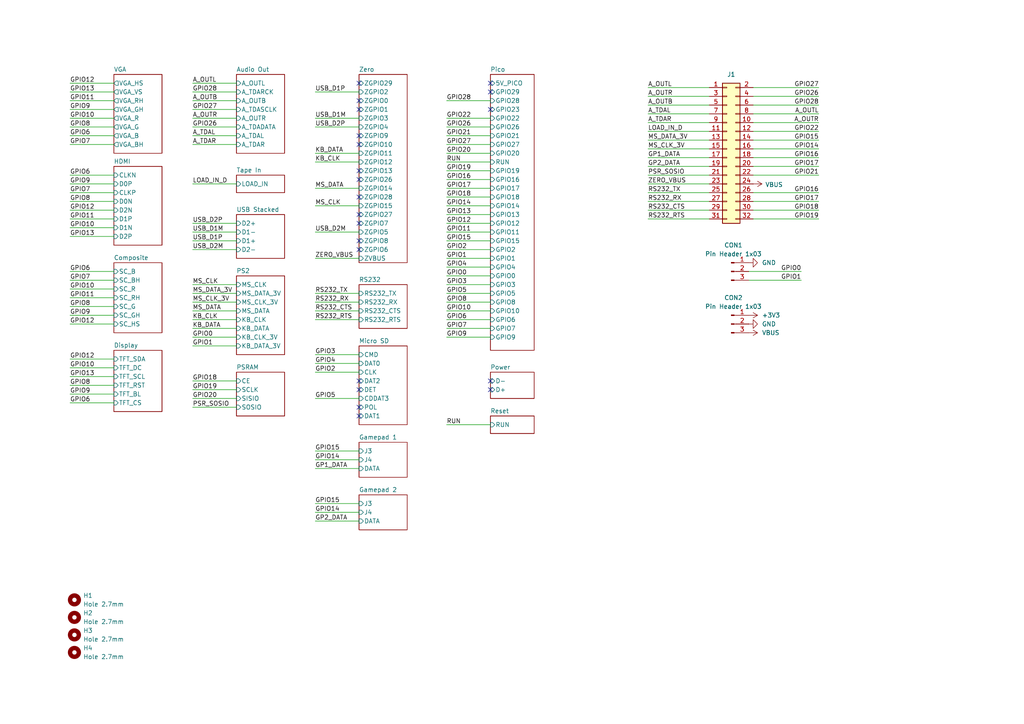
<source format=kicad_sch>
(kicad_sch (version 20231120) (generator "eeschema") (generator_version "8.0")
  (paper "A4")
  (title_block (title "FRANK") (date "2025-02-18") (rev "1.13") (company "Mikhail Matveev") (comment 1 "https://github.com/xtremespb/frank"))
  (lib_symbols
    (symbol "Connector:Conn_01x03_Pin" (pin_names (offset 1.016) hide)
      (property "Reference" "J" (at 0 5.08 0))
      (property "Value" "Conn_01x03_Pin" (at 0 -5.08 0))
      (symbol "Conn_01x03_Pin_1_1"
        (polyline (pts (xy 1.27 -2.54) (xy 0.8636 -2.54)) (stroke (width 0.1524)))
        (polyline (pts (xy 1.27 0) (xy 0.8636 0)) (stroke (width 0.1524)))
        (polyline (pts (xy 1.27 2.54) (xy 0.8636 2.54)) (stroke (width 0.1524)))
        (rectangle (start 0.8636 -2.413) (end 0 -2.667) (stroke (width 0.1524)) (fill (type outline)))
        (rectangle (start 0.8636 0.127) (end 0 -0.127) (stroke (width 0.1524)) (fill (type outline)))
        (rectangle (start 0.8636 2.667) (end 0 2.413) (stroke (width 0.1524)) (fill (type outline)))
        (pin passive line (at 5.08 2.54 180) (length 3.81) (name "Pin_1") (number "1"))
        (pin passive line (at 5.08 0 180) (length 3.81) (name "Pin_2") (number "2"))
        (pin passive line (at 5.08 -2.54 180) (length 3.81) (name "Pin_3") (number "3"))
      )
    )
    (symbol "Connector_Generic:Conn_02x16_Odd_Even" (pin_names (offset 1.016) hide)
      (property "Reference" "J" (at 1.27 20.32 0))
      (property "Value" "Conn_02x16_Odd_Even" (at 1.27 -22.86 0))
      (symbol "Conn_02x16_Odd_Even_1_1"
        (rectangle (start -1.27 -20.193) (end 0 -20.447) (stroke (width 0.1524)))
        (rectangle (start -1.27 -17.653) (end 0 -17.907) (stroke (width 0.1524)))
        (rectangle (start -1.27 -15.113) (end 0 -15.367) (stroke (width 0.1524)))
        (rectangle (start -1.27 -12.573) (end 0 -12.827) (stroke (width 0.1524)))
        (rectangle (start -1.27 -10.033) (end 0 -10.287) (stroke (width 0.1524)))
        (rectangle (start -1.27 -7.493) (end 0 -7.747) (stroke (width 0.1524)))
        (rectangle (start -1.27 -4.953) (end 0 -5.207) (stroke (width 0.1524)))
        (rectangle (start -1.27 -2.413) (end 0 -2.667) (stroke (width 0.1524)))
        (rectangle (start -1.27 0.127) (end 0 -0.127) (stroke (width 0.1524)))
        (rectangle (start -1.27 2.667) (end 0 2.413) (stroke (width 0.1524)))
        (rectangle (start -1.27 5.207) (end 0 4.953) (stroke (width 0.1524)))
        (rectangle (start -1.27 7.747) (end 0 7.493) (stroke (width 0.1524)))
        (rectangle (start -1.27 10.287) (end 0 10.033) (stroke (width 0.1524)))
        (rectangle (start -1.27 12.827) (end 0 12.573) (stroke (width 0.1524)))
        (rectangle (start -1.27 15.367) (end 0 15.113) (stroke (width 0.1524)))
        (rectangle (start -1.27 17.907) (end 0 17.653) (stroke (width 0.1524)))
        (rectangle (start -1.27 19.05) (end 3.81 -21.59) (stroke (width 0.254)) (fill (type background)))
        (rectangle (start 3.81 -20.193) (end 2.54 -20.447) (stroke (width 0.1524)))
        (rectangle (start 3.81 -17.653) (end 2.54 -17.907) (stroke (width 0.1524)))
        (rectangle (start 3.81 -15.113) (end 2.54 -15.367) (stroke (width 0.1524)))
        (rectangle (start 3.81 -12.573) (end 2.54 -12.827) (stroke (width 0.1524)))
        (rectangle (start 3.81 -10.033) (end 2.54 -10.287) (stroke (width 0.1524)))
        (rectangle (start 3.81 -7.493) (end 2.54 -7.747) (stroke (width 0.1524)))
        (rectangle (start 3.81 -4.953) (end 2.54 -5.207) (stroke (width 0.1524)))
        (rectangle (start 3.81 -2.413) (end 2.54 -2.667) (stroke (width 0.1524)))
        (rectangle (start 3.81 0.127) (end 2.54 -0.127) (stroke (width 0.1524)))
        (rectangle (start 3.81 2.667) (end 2.54 2.413) (stroke (width 0.1524)))
        (rectangle (start 3.81 5.207) (end 2.54 4.953) (stroke (width 0.1524)))
        (rectangle (start 3.81 7.747) (end 2.54 7.493) (stroke (width 0.1524)))
        (rectangle (start 3.81 10.287) (end 2.54 10.033) (stroke (width 0.1524)))
        (rectangle (start 3.81 12.827) (end 2.54 12.573) (stroke (width 0.1524)))
        (rectangle (start 3.81 15.367) (end 2.54 15.113) (stroke (width 0.1524)))
        (rectangle (start 3.81 17.907) (end 2.54 17.653) (stroke (width 0.1524)))
        (pin passive line (at -5.08 17.78 0) (length 3.81) (name "Pin_1") (number "1"))
        (pin passive line (at 7.62 7.62 180) (length 3.81) (name "Pin_10") (number "10"))
        (pin passive line (at -5.08 5.08 0) (length 3.81) (name "Pin_11") (number "11"))
        (pin passive line (at 7.62 5.08 180) (length 3.81) (name "Pin_12") (number "12"))
        (pin passive line (at -5.08 2.54 0) (length 3.81) (name "Pin_13") (number "13"))
        (pin passive line (at 7.62 2.54 180) (length 3.81) (name "Pin_14") (number "14"))
        (pin passive line (at -5.08 0 0) (length 3.81) (name "Pin_15") (number "15"))
        (pin passive line (at 7.62 0 180) (length 3.81) (name "Pin_16") (number "16"))
        (pin passive line (at -5.08 -2.54 0) (length 3.81) (name "Pin_17") (number "17"))
        (pin passive line (at 7.62 -2.54 180) (length 3.81) (name "Pin_18") (number "18"))
        (pin passive line (at -5.08 -5.08 0) (length 3.81) (name "Pin_19") (number "19"))
        (pin passive line (at 7.62 17.78 180) (length 3.81) (name "Pin_2") (number "2"))
        (pin passive line (at 7.62 -5.08 180) (length 3.81) (name "Pin_20") (number "20"))
        (pin passive line (at -5.08 -7.62 0) (length 3.81) (name "Pin_21") (number "21"))
        (pin passive line (at 7.62 -7.62 180) (length 3.81) (name "Pin_22") (number "22"))
        (pin passive line (at -5.08 -10.16 0) (length 3.81) (name "Pin_23") (number "23"))
        (pin passive line (at 7.62 -10.16 180) (length 3.81) (name "Pin_24") (number "24"))
        (pin passive line (at -5.08 -12.7 0) (length 3.81) (name "Pin_25") (number "25"))
        (pin passive line (at 7.62 -12.7 180) (length 3.81) (name "Pin_26") (number "26"))
        (pin passive line (at -5.08 -15.24 0) (length 3.81) (name "Pin_27") (number "27"))
        (pin passive line (at 7.62 -15.24 180) (length 3.81) (name "Pin_28") (number "28"))
        (pin passive line (at -5.08 -17.78 0) (length 3.81) (name "Pin_29") (number "29"))
        (pin passive line (at -5.08 15.24 0) (length 3.81) (name "Pin_3") (number "3"))
        (pin passive line (at 7.62 -17.78 180) (length 3.81) (name "Pin_30") (number "30"))
        (pin passive line (at -5.08 -20.32 0) (length 3.81) (name "Pin_31") (number "31"))
        (pin passive line (at 7.62 -20.32 180) (length 3.81) (name "Pin_32") (number "32"))
        (pin passive line (at 7.62 15.24 180) (length 3.81) (name "Pin_4") (number "4"))
        (pin passive line (at -5.08 12.7 0) (length 3.81) (name "Pin_5") (number "5"))
        (pin passive line (at 7.62 12.7 180) (length 3.81) (name "Pin_6") (number "6"))
        (pin passive line (at -5.08 10.16 0) (length 3.81) (name "Pin_7") (number "7"))
        (pin passive line (at 7.62 10.16 180) (length 3.81) (name "Pin_8") (number "8"))
        (pin passive line (at -5.08 7.62 0) (length 3.81) (name "Pin_9") (number "9"))
      )
    )
    (symbol "Mechanical:MountingHole" (pin_names (offset 1.016)) (exclude_from_sim yes) (in_bom no)
      (property "Reference" "H" (at 0 5.08 0))
      (property "Value" "MountingHole" (at 0 3.175 0))
      (symbol "MountingHole_0_1"
        (circle (center 0 0) (radius 1.27) (stroke (width 1.27)))
      )
    )
    (symbol "power:+3V3" (power) (pin_numbers hide) (pin_names (offset 0) hide)
      (property "Value" "+3V3" (at 0 3.556 0))
      (symbol "+3V3_0_1"
        (polyline (pts (xy -0.762 1.27) (xy 0 2.54)))
        (polyline (pts (xy 0 0) (xy 0 2.54)))
        (polyline (pts (xy 0 2.54) (xy 0.762 1.27)))
      )
      (symbol "+3V3_1_1"
        (pin power_in line (at 0 0 90) (length 0) (name "~") (number "1"))
      )
    )
    (symbol "power:GND" (power) (pin_numbers hide) (pin_names (offset 0) hide)
      (property "Value" "GND" (at 0 -3.81 0))
      (symbol "GND_0_1"
        (polyline (pts (xy 0 0) (xy 0 -1.27) (xy 1.27 -1.27) (xy 0 -2.54) (xy -1.27 -1.27) (xy 0 -1.27)))
      )
      (symbol "GND_1_1"
        (pin power_in line (at 0 0 270) (length 0) (name "~") (number "1"))
      )
    )
    (symbol "power:VBUS" (power) (pin_numbers hide) (pin_names (offset 0) hide)
      (property "Value" "VBUS" (at 0 3.556 0))
      (symbol "VBUS_0_1"
        (polyline (pts (xy -0.762 1.27) (xy 0 2.54)))
        (polyline (pts (xy 0 0) (xy 0 2.54)))
        (polyline (pts (xy 0 2.54) (xy 0.762 1.27)))
      )
      (symbol "VBUS_1_1"
        (pin power_in line (at 0 0 90) (length 0) (name "~") (number "1"))
      )
    )
  )
  (no_connect (at 104.14 120.65))
  (no_connect (at 104.14 52.07))
  (no_connect (at 104.14 62.23))
  (no_connect (at 104.14 72.39))
  (no_connect (at 104.14 118.11))
  (no_connect (at 142.24 24.13))
  (no_connect (at 104.14 57.15))
  (no_connect (at 104.14 64.77))
  (no_connect (at 104.14 113.03))
  (no_connect (at 104.14 69.85))
  (no_connect (at 104.14 110.49))
  (no_connect (at 104.14 49.53))
  (no_connect (at 104.14 29.21))
  (no_connect (at 142.24 31.75))
  (no_connect (at 142.24 26.67))
  (no_connect (at 104.14 24.13))
  (no_connect (at 104.14 31.75))
  (no_connect (at 142.24 113.03))
  (no_connect (at 142.24 110.49))
  (no_connect (at 104.14 41.91))
  (no_connect (at 104.14 39.37))
  (wire (pts (xy 55.88 95.25) (xy 68.58 95.25)))
  (wire (pts (xy 187.96 53.34) (xy 205.74 53.34)))
  (wire (pts (xy 129.54 52.07) (xy 142.24 52.07)))
  (wire (pts (xy 55.88 53.34) (xy 68.58 53.34)))
  (wire (pts (xy 187.96 60.96) (xy 205.74 60.96)))
  (wire (pts (xy 218.44 38.1) (xy 237.49 38.1)))
  (wire (pts (xy 91.44 74.93) (xy 104.14 74.93)))
  (wire (pts (xy 91.44 105.41) (xy 104.14 105.41)))
  (wire (pts (xy 187.96 50.8) (xy 205.74 50.8)))
  (wire (pts (xy 20.32 93.98) (xy 33.02 93.98)))
  (wire (pts (xy 187.96 58.42) (xy 205.74 58.42)))
  (wire (pts (xy 187.96 48.26) (xy 205.74 48.26)))
  (wire (pts (xy 20.32 63.5) (xy 33.02 63.5)))
  (wire (pts (xy 218.44 50.8) (xy 237.49 50.8)))
  (wire (pts (xy 91.44 59.69) (xy 104.14 59.69)))
  (wire (pts (xy 55.88 41.91) (xy 68.58 41.91)))
  (wire (pts (xy 187.96 25.4) (xy 205.74 25.4)))
  (wire (pts (xy 187.96 27.94) (xy 205.74 27.94)))
  (wire (pts (xy 20.32 106.68) (xy 33.02 106.68)))
  (wire (pts (xy 129.54 44.45) (xy 142.24 44.45)))
  (wire (pts (xy 91.44 67.31) (xy 104.14 67.31)))
  (wire (pts (xy 55.88 90.17) (xy 68.58 90.17)))
  (wire (pts (xy 20.32 39.37) (xy 33.02 39.37)))
  (wire (pts (xy 187.96 40.64) (xy 205.74 40.64)))
  (wire (pts (xy 55.88 72.39) (xy 68.58 72.39)))
  (wire (pts (xy 91.44 34.29) (xy 104.14 34.29)))
  (wire (pts (xy 129.54 74.93) (xy 142.24 74.93)))
  (wire (pts (xy 91.44 135.89) (xy 104.14 135.89)))
  (wire (pts (xy 232.41 81.28) (xy 217.17 81.28)))
  (wire (pts (xy 218.44 33.02) (xy 237.49 33.02)))
  (wire (pts (xy 20.32 41.91) (xy 33.02 41.91)))
  (wire (pts (xy 55.88 67.31) (xy 68.58 67.31)))
  (wire (pts (xy 91.44 54.61) (xy 104.14 54.61)))
  (wire (pts (xy 20.32 86.36) (xy 33.02 86.36)))
  (wire (pts (xy 187.96 38.1) (xy 205.74 38.1)))
  (wire (pts (xy 129.54 54.61) (xy 142.24 54.61)))
  (wire (pts (xy 218.44 27.94) (xy 237.49 27.94)))
  (wire (pts (xy 20.32 111.76) (xy 33.02 111.76)))
  (wire (pts (xy 55.88 29.21) (xy 68.58 29.21)))
  (wire (pts (xy 55.88 113.03) (xy 68.58 113.03)))
  (wire (pts (xy 91.44 26.67) (xy 104.14 26.67)))
  (wire (pts (xy 91.44 36.83) (xy 104.14 36.83)))
  (wire (pts (xy 91.44 92.71) (xy 104.14 92.71)))
  (wire (pts (xy 129.54 34.29) (xy 142.24 34.29)))
  (wire (pts (xy 20.32 58.42) (xy 33.02 58.42)))
  (wire (pts (xy 20.32 114.3) (xy 33.02 114.3)))
  (wire (pts (xy 129.54 46.99) (xy 142.24 46.99)))
  (wire (pts (xy 20.32 109.22) (xy 33.02 109.22)))
  (wire (pts (xy 187.96 43.18) (xy 205.74 43.18)))
  (wire (pts (xy 129.54 77.47) (xy 142.24 77.47)))
  (wire (pts (xy 129.54 95.25) (xy 142.24 95.25)))
  (wire (pts (xy 129.54 62.23) (xy 142.24 62.23)))
  (wire (pts (xy 91.44 146.05) (xy 104.14 146.05)))
  (wire (pts (xy 20.32 53.34) (xy 33.02 53.34)))
  (wire (pts (xy 129.54 87.63) (xy 142.24 87.63)))
  (wire (pts (xy 20.32 50.8) (xy 33.02 50.8)))
  (wire (pts (xy 20.32 83.82) (xy 33.02 83.82)))
  (wire (pts (xy 129.54 57.15) (xy 142.24 57.15)))
  (wire (pts (xy 91.44 87.63) (xy 104.14 87.63)))
  (wire (pts (xy 91.44 44.45) (xy 104.14 44.45)))
  (wire (pts (xy 129.54 39.37) (xy 142.24 39.37)))
  (wire (pts (xy 55.88 92.71) (xy 68.58 92.71)))
  (wire (pts (xy 218.44 30.48) (xy 237.49 30.48)))
  (wire (pts (xy 91.44 115.57) (xy 104.14 115.57)))
  (wire (pts (xy 218.44 55.88) (xy 237.49 55.88)))
  (wire (pts (xy 218.44 43.18) (xy 237.49 43.18)))
  (wire (pts (xy 55.88 97.79) (xy 68.58 97.79)))
  (wire (pts (xy 20.32 36.83) (xy 33.02 36.83)))
  (wire (pts (xy 20.32 31.75) (xy 33.02 31.75)))
  (wire (pts (xy 55.88 85.09) (xy 68.58 85.09)))
  (wire (pts (xy 55.88 26.67) (xy 68.58 26.67)))
  (wire (pts (xy 129.54 59.69) (xy 142.24 59.69)))
  (wire (pts (xy 20.32 24.13) (xy 33.02 24.13)))
  (wire (pts (xy 187.96 63.5) (xy 205.74 63.5)))
  (wire (pts (xy 91.44 151.13) (xy 104.14 151.13)))
  (wire (pts (xy 20.32 66.04) (xy 33.02 66.04)))
  (wire (pts (xy 55.88 115.57) (xy 68.58 115.57)))
  (wire (pts (xy 55.88 64.77) (xy 68.58 64.77)))
  (wire (pts (xy 20.32 78.74) (xy 33.02 78.74)))
  (wire (pts (xy 55.88 110.49) (xy 68.58 110.49)))
  (wire (pts (xy 218.44 60.96) (xy 237.49 60.96)))
  (wire (pts (xy 129.54 72.39) (xy 142.24 72.39)))
  (wire (pts (xy 55.88 87.63) (xy 68.58 87.63)))
  (wire (pts (xy 20.32 34.29) (xy 33.02 34.29)))
  (wire (pts (xy 218.44 58.42) (xy 237.49 58.42)))
  (wire (pts (xy 20.32 55.88) (xy 33.02 55.88)))
  (wire (pts (xy 129.54 85.09) (xy 142.24 85.09)))
  (wire (pts (xy 218.44 45.72) (xy 237.49 45.72)))
  (wire (pts (xy 55.88 34.29) (xy 68.58 34.29)))
  (wire (pts (xy 129.54 82.55) (xy 142.24 82.55)))
  (wire (pts (xy 129.54 36.83) (xy 142.24 36.83)))
  (wire (pts (xy 218.44 40.64) (xy 237.49 40.64)))
  (wire (pts (xy 91.44 130.81) (xy 104.14 130.81)))
  (wire (pts (xy 218.44 48.26) (xy 237.49 48.26)))
  (wire (pts (xy 129.54 41.91) (xy 142.24 41.91)))
  (wire (pts (xy 218.44 35.56) (xy 237.49 35.56)))
  (wire (pts (xy 129.54 67.31) (xy 142.24 67.31)))
  (wire (pts (xy 55.88 69.85) (xy 68.58 69.85)))
  (wire (pts (xy 20.32 104.14) (xy 33.02 104.14)))
  (wire (pts (xy 20.32 81.28) (xy 33.02 81.28)))
  (wire (pts (xy 20.32 88.9) (xy 33.02 88.9)))
  (wire (pts (xy 55.88 24.13) (xy 68.58 24.13)))
  (wire (pts (xy 20.32 29.21) (xy 33.02 29.21)))
  (wire (pts (xy 20.32 91.44) (xy 33.02 91.44)))
  (wire (pts (xy 91.44 90.17) (xy 104.14 90.17)))
  (wire (pts (xy 129.54 97.79) (xy 142.24 97.79)))
  (wire (pts (xy 55.88 36.83) (xy 68.58 36.83)))
  (wire (pts (xy 129.54 90.17) (xy 142.24 90.17)))
  (wire (pts (xy 91.44 85.09) (xy 104.14 85.09)))
  (wire (pts (xy 129.54 29.21) (xy 142.24 29.21)))
  (wire (pts (xy 55.88 31.75) (xy 68.58 31.75)))
  (wire (pts (xy 129.54 69.85) (xy 142.24 69.85)))
  (wire (pts (xy 218.44 25.4) (xy 237.49 25.4)))
  (wire (pts (xy 187.96 30.48) (xy 205.74 30.48)))
  (wire (pts (xy 129.54 64.77) (xy 142.24 64.77)))
  (wire (pts (xy 187.96 35.56) (xy 205.74 35.56)))
  (wire (pts (xy 187.96 55.88) (xy 205.74 55.88)))
  (wire (pts (xy 91.44 133.35) (xy 104.14 133.35)))
  (wire (pts (xy 187.96 45.72) (xy 205.74 45.72)))
  (wire (pts (xy 232.41 78.74) (xy 217.17 78.74)))
  (wire (pts (xy 20.32 116.84) (xy 33.02 116.84)))
  (wire (pts (xy 129.54 123.19) (xy 142.24 123.19)))
  (wire (pts (xy 129.54 49.53) (xy 142.24 49.53)))
  (wire (pts (xy 55.88 100.33) (xy 68.58 100.33)))
  (wire (pts (xy 218.44 63.5) (xy 237.49 63.5)))
  (wire (pts (xy 55.88 39.37) (xy 68.58 39.37)))
  (wire (pts (xy 91.44 148.59) (xy 104.14 148.59)))
  (wire (pts (xy 91.44 46.99) (xy 104.14 46.99)))
  (wire (pts (xy 20.32 26.67) (xy 33.02 26.67)))
  (wire (pts (xy 55.88 118.11) (xy 68.58 118.11)))
  (wire (pts (xy 20.32 60.96) (xy 33.02 60.96)))
  (wire (pts (xy 129.54 92.71) (xy 142.24 92.71)))
  (wire (pts (xy 91.44 107.95) (xy 104.14 107.95)))
  (wire (pts (xy 129.54 80.01) (xy 142.24 80.01)))
  (wire (pts (xy 20.32 68.58) (xy 33.02 68.58)))
  (wire (pts (xy 55.88 82.55) (xy 68.58 82.55)))
  (wire (pts (xy 187.96 33.02) (xy 205.74 33.02)))
  (wire (pts (xy 91.44 102.87) (xy 104.14 102.87)))
  (label "GPIO10" (at 20.32 83.82 0))
  (label "RS232_RX" (at 91.44 87.63 0))
  (label "A_OUTL" (at 237.49 33.02 180))
  (label "GPIO7" (at 20.32 55.88 0))
  (label "GPIO14" (at 91.44 148.59 0))
  (label "GPIO15" (at 91.44 146.05 0))
  (label "GPIO21" (at 237.49 50.8 180))
  (label "RS232_TX" (at 187.96 55.88 0))
  (label "GPIO19" (at 55.88 113.03 0))
  (label "GPIO3" (at 91.44 102.87 0))
  (label "GPIO19" (at 237.49 63.5 180))
  (label "GPIO12" (at 20.32 24.13 0))
  (label "USB_D1P" (at 91.44 26.67 0))
  (label "GPIO9" (at 20.32 31.75 0))
  (label "GPIO20" (at 129.54 44.45 0))
  (label "GPIO8" (at 20.32 88.9 0))
  (label "GPIO9" (at 129.54 97.79 0))
  (label "GPIO3" (at 129.54 82.55 0))
  (label "GP1_DATA" (at 91.44 135.89 0))
  (label "GPIO20" (at 55.88 115.57 0))
  (label "GPIO1" (at 232.41 81.28 180))
  (label "GPIO27" (at 129.54 41.91 0))
  (label "GPIO17" (at 129.54 54.61 0))
  (label "GPIO14" (at 91.44 133.35 0))
  (label "GPIO16" (at 237.49 55.88 180))
  (label "A_TDAL" (at 187.96 33.02 0))
  (label "GPIO17" (at 237.49 48.26 180))
  (label "GPIO6" (at 129.54 92.71 0))
  (label "GPIO26" (at 55.88 36.83 0))
  (label "LOAD_IN_D" (at 55.88 53.34 0))
  (label "GPIO18" (at 55.88 110.49 0))
  (label "RS232_CTS" (at 91.44 90.17 0))
  (label "A_OUTL" (at 187.96 25.4 0))
  (label "GPIO5" (at 91.44 115.57 0))
  (label "MS_DATA" (at 55.88 90.17 0))
  (label "ZERO_VBUS" (at 187.96 53.34 0))
  (label "GPIO28" (at 55.88 26.67 0))
  (label "GP2_DATA" (at 187.96 48.26 0))
  (label "RUN" (at 129.54 46.99 0))
  (label "ZERO_VBUS" (at 91.44 74.93 0))
  (label "GPIO27" (at 55.88 31.75 0))
  (label "GPIO9" (at 20.32 91.44 0))
  (label "GPIO12" (at 20.32 60.96 0))
  (label "GPIO13" (at 129.54 62.23 0))
  (label "GPIO8" (at 129.54 87.63 0))
  (label "KB_DATA" (at 55.88 95.25 0))
  (label "KB_CLK" (at 91.44 46.99 0))
  (label "MS_CLK_3V" (at 187.96 43.18 0))
  (label "USB_D1M" (at 55.88 67.31 0))
  (label "GPIO15" (at 237.49 40.64 180))
  (label "USB_D2P" (at 55.88 64.77 0))
  (label "A_TDAL" (at 55.88 39.37 0))
  (label "GPIO2" (at 129.54 72.39 0))
  (label "GPIO28" (at 129.54 29.21 0))
  (label "GPIO7" (at 20.32 81.28 0))
  (label "GPIO14" (at 129.54 59.69 0))
  (label "GPIO22" (at 129.54 34.29 0))
  (label "LOAD_IN_D" (at 187.96 38.1 0))
  (label "USB_D2M" (at 55.88 72.39 0))
  (label "GPIO0" (at 55.88 97.79 0))
  (label "MS_DATA" (at 91.44 54.61 0))
  (label "MS_CLK" (at 91.44 59.69 0))
  (label "RS232_CTS" (at 187.96 60.96 0))
  (label "KB_CLK" (at 55.88 92.71 0))
  (label "MS_CLK" (at 55.88 82.55 0))
  (label "GPIO19" (at 129.54 49.53 0))
  (label "A_OUTB" (at 55.88 29.21 0))
  (label "GPIO7" (at 20.32 41.91 0))
  (label "GPIO18" (at 129.54 57.15 0))
  (label "GPIO13" (at 20.32 109.22 0))
  (label "GPIO21" (at 129.54 39.37 0))
  (label "GPIO28" (at 237.49 30.48 180))
  (label "GPIO11" (at 20.32 86.36 0))
  (label "GPIO8" (at 20.32 111.76 0))
  (label "GPIO13" (at 20.32 68.58 0))
  (label "GPIO13" (at 20.32 26.67 0))
  (label "A_OUTB" (at 187.96 30.48 0))
  (label "GPIO2" (at 91.44 107.95 0))
  (label "GPIO6" (at 20.32 50.8 0))
  (label "GPIO5" (at 129.54 85.09 0))
  (label "GP2_DATA" (at 91.44 151.13 0))
  (label "GPIO12" (at 20.32 104.14 0))
  (label "GPIO1" (at 55.88 100.33 0))
  (label "MS_DATA_3V" (at 55.88 85.09 0))
  (label "MS_DATA_3V" (at 187.96 40.64 0))
  (label "GPIO8" (at 20.32 58.42 0))
  (label "GPIO9" (at 20.32 114.3 0))
  (label "GPIO11" (at 20.32 63.5 0))
  (label "GPIO10" (at 129.54 90.17 0))
  (label "KB_DATA" (at 91.44 44.45 0))
  (label "GPIO8" (at 20.32 36.83 0))
  (label "USB_D2P" (at 91.44 36.83 0))
  (label "MS_CLK_3V" (at 55.88 87.63 0))
  (label "GP1_DATA" (at 187.96 45.72 0))
  (label "RS232_TX" (at 91.44 85.09 0))
  (label "GPIO11" (at 129.54 67.31 0))
  (label "GPIO18" (at 237.49 60.96 180))
  (label "GPIO4" (at 129.54 77.47 0))
  (label "GPIO26" (at 237.49 27.94 180))
  (label "GPIO7" (at 129.54 95.25 0))
  (label "GPIO16" (at 237.49 45.72 180))
  (label "RUN" (at 129.54 123.19 0))
  (label "A_OUTR" (at 187.96 27.94 0))
  (label "GPIO12" (at 20.32 93.98 0))
  (label "GPIO15" (at 129.54 69.85 0))
  (label "GPIO10" (at 20.32 34.29 0))
  (label "GPIO27" (at 237.49 25.4 180))
  (label "GPIO6" (at 20.32 39.37 0))
  (label "A_OUTR" (at 55.88 34.29 0))
  (label "GPIO11" (at 20.32 29.21 0))
  (label "GPIO17" (at 237.49 58.42 180))
  (label "PSR_SOSIO" (at 55.88 118.11 0))
  (label "RS232_RTS" (at 91.44 92.71 0))
  (label "A_OUTR" (at 237.49 35.56 180))
  (label "GPIO0" (at 129.54 80.01 0))
  (label "A_TDAR" (at 187.96 35.56 0))
  (label "GPIO12" (at 129.54 64.77 0))
  (label "GPIO1" (at 129.54 74.93 0))
  (label "A_TDAR" (at 55.88 41.91 0))
  (label "GPIO0" (at 232.41 78.74 180))
  (label "GPIO4" (at 91.44 105.41 0))
  (label "RS232_RX" (at 187.96 58.42 0))
  (label "GPIO15" (at 91.44 130.81 0))
  (label "A_OUTL" (at 55.88 24.13 0))
  (label "GPIO26" (at 129.54 36.83 0))
  (label "GPIO9" (at 20.32 53.34 0))
  (label "GPIO10" (at 20.32 106.68 0))
  (label "USB_D1M" (at 91.44 34.29 0))
  (label "GPIO6" (at 20.32 78.74 0))
  (label "GPIO14" (at 237.49 43.18 180))
  (label "GPIO22" (at 237.49 38.1 180))
  (label "GPIO6" (at 20.32 116.84 0))
  (label "GPIO10" (at 20.32 66.04 0))
  (label "PSR_SOSIO" (at 187.96 50.8 0))
  (label "GPIO16" (at 129.54 52.07 0))
  (label "USB_D2M" (at 91.44 67.31 0))
  (label "USB_D1P" (at 55.88 69.85 0))
  (label "RS232_RTS" (at 187.96 63.5 0))
  (symbol (lib_id "power:VBUS") (at 217.17 96.52 270) (unit 1)
    (property "Reference" "#PWR05" (effects (hide yes)))
    (property "Value" "VBUS" (at 220.98 96.5199 90) (effects (justify left)))
    (property "Description" "Power symbol creates a global label with name \"VBUS\"" (effects (hide yes)))
  )
  (symbol (lib_id "Connector:Conn_01x03_Pin") (at 212.09 78.74 0) (unit 1)
    (property "Reference" "CON1" (at 212.725 71.12 0))
    (property "Value" "Pin Header 1x03" (at 212.725 73.66 0))
    (property "Footprint" "FRANK:Pin Header (1x03)" (effects (hide yes)))
    (property "Description" "Generic connector, single row, 01x03, script generated" (effects (hide yes)))
    (property "AliExpress" "https://www.aliexpress.com/item/1005007039504981.html" (effects (hide yes)))
  )
  (symbol (lib_id "power:+3V3") (at 217.17 91.44 270) (unit 1)
    (property "Reference" "#PWR03" (effects (hide yes)))
    (property "Value" "+3V3" (at 220.98 91.4399 90) (effects (justify left)))
    (property "Description" "Power symbol creates a global label with name \"+3V3\"" (effects (hide yes)))
  )
  (symbol (lib_id "power:GND") (at 217.17 76.2 90) (unit 1)
    (property "Reference" "#PWR02" (effects (hide yes)))
    (property "Value" "GND" (at 220.98 76.1999 90) (effects (justify right)))
    (property "Description" "Power symbol creates a global label with name \"GND\" , ground" (effects (hide yes)))
  )
  (symbol (lib_id "power:GND") (at 217.17 93.98 90) (unit 1)
    (property "Reference" "#PWR04" (effects (hide yes)))
    (property "Value" "GND" (at 220.98 93.9799 90) (effects (justify right)))
    (property "Description" "Power symbol creates a global label with name \"GND\" , ground" (effects (hide yes)))
  )
  (symbol (lib_id "Mechanical:MountingHole") (at 21.59 184.15 0) (unit 1) (exclude_from_sim yes) (in_bom no)
    (property "Reference" "H3" (at 24.13 182.8799 0) (effects (justify left)))
    (property "Value" "Hole 2.7mm" (at 24.13 185.4199 0) (effects (justify left)))
    (property "Footprint" "FRANK:Mounting Hole (2.7mm)" (effects (hide yes)))
    (property "Description" "Mounting Hole without connection" (effects (hide yes)))
  )
  (symbol (lib_id "Mechanical:MountingHole") (at 21.59 179.07 0) (unit 1) (exclude_from_sim yes) (in_bom no)
    (property "Reference" "H2" (at 24.13 177.7999 0) (effects (justify left)))
    (property "Value" "Hole 2.7mm" (at 24.13 180.3399 0) (effects (justify left)))
    (property "Footprint" "FRANK:Mounting Hole (2.7mm)" (effects (hide yes)))
    (property "Description" "Mounting Hole without connection" (effects (hide yes)))
  )
  (symbol (lib_id "Mechanical:MountingHole") (at 21.59 189.23 0) (unit 1) (exclude_from_sim yes) (in_bom no)
    (property "Reference" "H4" (at 24.13 187.9599 0) (effects (justify left)))
    (property "Value" "Hole 2.7mm" (at 24.13 190.4999 0) (effects (justify left)))
    (property "Footprint" "FRANK:Mounting Hole (2.7mm)" (effects (hide yes)))
    (property "Description" "Mounting Hole without connection" (effects (hide yes)))
  )
  (symbol (lib_id "Mechanical:MountingHole") (at 21.59 173.99 0) (unit 1) (exclude_from_sim yes) (in_bom no)
    (property "Reference" "H1" (at 24.13 172.7199 0) (effects (justify left)))
    (property "Value" "Hole 2.7mm" (at 24.13 175.2599 0) (effects (justify left)))
    (property "Footprint" "FRANK:Mounting Hole (2.7mm)" (effects (hide yes)))
    (property "Description" "Mounting Hole without connection" (effects (hide yes)))
  )
  (symbol (lib_id "power:VBUS") (at 218.44 53.34 270) (unit 1)
    (property "Reference" "#PWR01" (effects (hide yes)))
    (property "Value" "VBUS" (at 221.9488 53.5616 90) (effects (justify left)))
    (property "Description" "Power symbol creates a global label with name \"VBUS\"" (effects (hide yes)))
  )
  (symbol (lib_id "Connector:Conn_01x03_Pin") (at 212.09 93.98 0) (unit 1)
    (property "Reference" "CON2" (at 212.725 86.36 0))
    (property "Value" "Pin Header 1x03" (at 212.725 88.9 0))
    (property "Footprint" "FRANK:Pin Header (1x03)" (effects (hide yes)))
    (property "Description" "Generic connector, single row, 01x03, script generated" (effects (hide yes)))
    (property "AliExpress" "https://www.aliexpress.com/item/1005007039504981.html" (effects (hide yes)))
  )
  (symbol (lib_id "Connector_Generic:Conn_02x16_Odd_Even") (at 210.82 43.18 0) (unit 1)
    (property "Reference" "J1" (at 212.09 21.59 0))
    (property "Value" "Pin Header 2x18" (effects (hide yes)))
    (property "Footprint" "FRANK:Pin Header (2x16)" (effects (hide yes)))
    (property "Description" "Generic connector, double row, 02x16, odd/even pin numbering scheme (row 1 odd numbers, row 2 even numbers), script generated (kicad-library-utils/schlib/autogen/connector/)" (effects (hide yes)))
    (property "AliExpress" "https://www.aliexpress.com/item/1005006804478835.html" (effects (hide yes)))
  )
  (sheet (at 33.02 101.6) (size 13.97 17.78) (stroke (width 0.1524))
    (property "Sheetname" "Display" (at 33.02 100.8884 0) (effects (justify left bottom)))
    (property "Sheetfile" "display.kicad_sch" (effects (hide yes)))
    (pin "TFT_SDA" input (at 33.02 104.14 180))
    (pin "TFT_DC" input (at 33.02 106.68 180))
    (pin "TFT_SCL" input (at 33.02 109.22 180))
    (pin "TFT_RST" input (at 33.02 111.76 180))
    (pin "TFT_BL" input (at 33.02 114.3 180))
    (pin "TFT_CS" input (at 33.02 116.84 180))
  )
  (sheet (at 33.02 21.59) (size 13.97 22.86) (stroke (width 0.1524))
    (property "Sheetname" "VGA" (at 33.02 20.8784 0) (effects (justify left bottom)))
    (property "Sheetfile" "vga.kicad_sch" (effects (hide yes)))
    (pin "VGA_HS" output (at 33.02 24.13 180))
    (pin "VGA_VS" output (at 33.02 26.67 180))
    (pin "VGA_RH" output (at 33.02 29.21 180))
    (pin "VGA_GH" output (at 33.02 31.75 180))
    (pin "VGA_R" output (at 33.02 34.29 180))
    (pin "VGA_G" output (at 33.02 36.83 180))
    (pin "VGA_B" output (at 33.02 39.37 180))
    (pin "VGA_BH" output (at 33.02 41.91 180))
  )
  (sheet (at 104.14 100.33) (size 13.97 22.86) (stroke (width 0.1524))
    (property "Sheetname" "Micro SD" (at 104.14 99.6184 0) (effects (justify left bottom)))
    (property "Sheetfile" "sd.kicad_sch" (effects (hide yes)))
    (pin "CMD" input (at 104.14 102.87 180))
    (pin "DAT0" input (at 104.14 105.41 180))
    (pin "CLK" input (at 104.14 107.95 180))
    (pin "DAT2" input (at 104.14 110.49 180))
    (pin "DET" input (at 104.14 113.03 180))
    (pin "CDDAT3" input (at 104.14 115.57 180))
    (pin "POL" input (at 104.14 118.11 180))
    (pin "DAT1" input (at 104.14 120.65 180))
  )
  (sheet (at 142.24 120.65) (size 12.7 5.08) (stroke (width 0.1524))
    (property "Sheetname" "Reset" (at 142.24 119.9384 0) (effects (justify left bottom)))
    (property "Sheetfile" "reset.kicad_sch" (effects (hide yes)))
    (pin "RUN" input (at 142.24 123.19 180))
  )
  (sheet (at 33.02 76.2) (size 13.97 20.32) (stroke (width 0.1524))
    (property "Sheetname" "Composite" (at 33.02 75.4884 0) (effects (justify left bottom)))
    (property "Sheetfile" "composite.kicad_sch" (effects (hide yes)))
    (pin "SC_B" input (at 33.02 78.74 180))
    (pin "SC_BH" input (at 33.02 81.28 180))
    (pin "SC_R" input (at 33.02 83.82 180))
    (pin "SC_RH" input (at 33.02 86.36 180))
    (pin "SC_G" input (at 33.02 88.9 180))
    (pin "SC_GH" input (at 33.02 91.44 180))
    (pin "SC_HS" input (at 33.02 93.98 180))
  )
  (sheet (at 68.58 50.8) (size 13.97 5.08) (stroke (width 0.1524))
    (property "Sheetname" "Tape In" (at 68.58 50.0884 0) (effects (justify left bottom)))
    (property "Sheetfile" "tape.kicad_sch" (effects (hide yes)))
    (pin "LOAD_IN" input (at 68.58 53.34 180))
  )
  (sheet (at 142.24 107.95) (size 12.7 7.62) (stroke (width 0.1524))
    (property "Sheetname" "Power" (at 142.24 107.2384 0) (effects (justify left bottom)))
    (property "Sheetfile" "power.kicad_sch" (effects (hide yes)))
    (pin "D-" input (at 142.24 110.49 180))
    (pin "D+" input (at 142.24 113.03 180))
  )
  (sheet (at 142.24 21.59) (size 12.7 80.01) (stroke (width 0.1524))
    (property "Sheetname" "Pico" (at 142.24 20.8784 0) (effects (justify left bottom)))
    (property "Sheetfile" "pico.kicad_sch" (effects (hide yes)))
    (pin "5V_PICO" input (at 142.24 24.13 180))
    (pin "GPIO29" input (at 142.24 26.67 180))
    (pin "GPIO28" input (at 142.24 29.21 180))
    (pin "GPIO23" input (at 142.24 31.75 180))
    (pin "GPIO22" input (at 142.24 34.29 180))
    (pin "GPIO26" input (at 142.24 36.83 180))
    (pin "GPIO21" input (at 142.24 39.37 180))
    (pin "GPIO27" input (at 142.24 41.91 180))
    (pin "GPIO20" input (at 142.24 44.45 180))
    (pin "RUN" input (at 142.24 46.99 180))
    (pin "GPIO19" input (at 142.24 49.53 180))
    (pin "GPIO16" input (at 142.24 52.07 180))
    (pin "GPIO17" input (at 142.24 54.61 180))
    (pin "GPIO18" input (at 142.24 57.15 180))
    (pin "GPIO14" input (at 142.24 59.69 180))
    (pin "GPIO13" input (at 142.24 62.23 180))
    (pin "GPIO12" input (at 142.24 64.77 180))
    (pin "GPIO11" input (at 142.24 67.31 180))
    (pin "GPIO15" input (at 142.24 69.85 180))
    (pin "GPIO2" input (at 142.24 72.39 180))
    (pin "GPIO1" input (at 142.24 74.93 180))
    (pin "GPIO4" input (at 142.24 77.47 180))
    (pin "GPIO0" input (at 142.24 80.01 180))
    (pin "GPIO3" input (at 142.24 82.55 180))
    (pin "GPIO5" input (at 142.24 85.09 180))
    (pin "GPIO8" input (at 142.24 87.63 180))
    (pin "GPIO10" input (at 142.24 90.17 180))
    (pin "GPIO6" input (at 142.24 92.71 180))
    (pin "GPIO7" input (at 142.24 95.25 180))
    (pin "GPIO9" input (at 142.24 97.79 180))
  )
  (sheet (at 104.14 128.27) (size 13.97 10.16) (stroke (width 0.1524))
    (property "Sheetname" "Gamepad 1" (at 104.14 127.5584 0) (effects (justify left bottom)))
    (property "Sheetfile" "gamepad.kicad_sch" (effects (hide yes)))
    (pin "J3" input (at 104.14 130.81 180))
    (pin "J4" input (at 104.14 133.35 180))
    (pin "DATA" input (at 104.14 135.89 180))
  )
  (sheet (at 104.14 82.55) (size 13.97 12.7) (stroke (width 0.1524))
    (property "Sheetname" "RS232" (at 104.14 81.8384 0) (effects (justify left bottom)))
    (property "Sheetfile" "rs232.kicad_sch" (effects (hide yes)))
    (pin "RS232_TX" input (at 104.14 85.09 180))
    (pin "RS232_RX" input (at 104.14 87.63 180))
    (pin "RS232_CTS" input (at 104.14 90.17 180))
    (pin "RS232_RTS" input (at 104.14 92.71 180))
  )
  (sheet (at 68.58 80.01) (size 13.97 22.86) (stroke (width 0.1524))
    (property "Sheetname" "PS2" (at 68.58 79.2984 0) (effects (justify left bottom)))
    (property "Sheetfile" "ps2.kicad_sch" (effects (hide yes)))
    (pin "MS_CLK" input (at 68.58 82.55 180))
    (pin "MS_DATA_3V" input (at 68.58 85.09 180))
    (pin "MS_CLK_3V" input (at 68.58 87.63 180))
    (pin "MS_DATA" input (at 68.58 90.17 180))
    (pin "KB_CLK" input (at 68.58 92.71 180))
    (pin "KB_DATA" input (at 68.58 95.25 180))
    (pin "KB_CLK_3V" input (at 68.58 97.79 180))
    (pin "KB_DATA_3V" input (at 68.58 100.33 180))
  )
  (sheet (at 68.58 62.23) (size 13.97 12.7) (stroke (width 0.1524))
    (property "Sheetname" "USB Stacked" (at 68.58 61.5184 0) (effects (justify left bottom)))
    (property "Sheetfile" "usbstack.kicad_sch" (effects (hide yes)))
    (pin "D2+" input (at 68.58 64.77 180))
    (pin "D1-" input (at 68.58 67.31 180))
    (pin "D1+" input (at 68.58 69.85 180))
    (pin "D2-" input (at 68.58 72.39 180))
  )
  (sheet (at 68.58 107.95) (size 13.97 12.7) (stroke (width 0.1524))
    (property "Sheetname" "PSRAM" (at 68.58 107.2384 0) (effects (justify left bottom)))
    (property "Sheetfile" "psram.kicad_sch" (effects (hide yes)))
    (pin "CE" input (at 68.58 110.49 180))
    (pin "SCLK" input (at 68.58 113.03 180))
    (pin "SISIO" input (at 68.58 115.57 180))
    (pin "SOSIO" input (at 68.58 118.11 180))
  )
  (sheet (at 33.02 48.26) (size 13.97 22.86) (stroke (width 0.1524))
    (property "Sheetname" "HDMI" (at 33.02 47.5484 0) (effects (justify left bottom)))
    (property "Sheetfile" "hdmi.kicad_sch" (effects (hide yes)))
    (pin "CLKN" input (at 33.02 50.8 180))
    (pin "D0P" input (at 33.02 53.34 180))
    (pin "CLKP" input (at 33.02 55.88 180))
    (pin "D0N" input (at 33.02 58.42 180))
    (pin "D2N" input (at 33.02 60.96 180))
    (pin "D1P" input (at 33.02 63.5 180))
    (pin "D1N" input (at 33.02 66.04 180))
    (pin "D2P" input (at 33.02 68.58 180))
  )
  (sheet (at 104.14 143.51) (size 13.97 10.16) (stroke (width 0.1524))
    (property "Sheetname" "Gamepad 2" (at 104.14 142.7984 0) (effects (justify left bottom)))
    (property "Sheetfile" "gamepad.kicad_sch" (effects (hide yes)))
    (pin "J3" input (at 104.14 146.05 180))
    (pin "J4" input (at 104.14 148.59 180))
    (pin "DATA" input (at 104.14 151.13 180))
  )
  (sheet (at 68.58 21.59) (size 13.97 22.86) (stroke (width 0.1524))
    (property "Sheetname" "Audio Out" (at 68.58 20.8784 0) (effects (justify left bottom)))
    (property "Sheetfile" "audio.kicad_sch" (effects (hide yes)))
    (pin "A_OUTL" input (at 68.58 24.13 180))
    (pin "A_TDARCK" input (at 68.58 26.67 180))
    (pin "A_OUTB" input (at 68.58 29.21 180))
    (pin "A_TDASCLK" input (at 68.58 31.75 180))
    (pin "A_OUTR" input (at 68.58 34.29 180))
    (pin "A_TDADATA" input (at 68.58 36.83 180))
    (pin "A_TDAL" input (at 68.58 39.37 180))
    (pin "A_TDAR" input (at 68.58 41.91 180))
  )
  (sheet (at 104.14 21.59) (size 13.97 54.61) (stroke (width 0.1524))
    (property "Sheetname" "Zero" (at 104.14 20.8784 0) (effects (justify left bottom)))
    (property "Sheetfile" "zero.kicad_sch" (effects (hide yes)))
    (pin "ZGPIO29" input (at 104.14 24.13 180))
    (pin "ZGPIO2" input (at 104.14 26.67 180))
    (pin "ZGPIO0" input (at 104.14 29.21 180))
    (pin "ZGPIO1" input (at 104.14 31.75 180))
    (pin "ZGPIO3" input (at 104.14 34.29 180))
    (pin "ZGPIO4" input (at 104.14 36.83 180))
    (pin "ZGPIO9" input (at 104.14 39.37 180))
    (pin "ZGPIO10" input (at 104.14 41.91 180))
    (pin "ZGPIO11" input (at 104.14 44.45 180))
    (pin "ZGPIO12" input (at 104.14 46.99 180))
    (pin "ZGPIO13" input (at 104.14 49.53 180))
    (pin "ZGPIO26" input (at 104.14 52.07 180))
    (pin "ZGPIO14" input (at 104.14 54.61 180))
    (pin "ZGPIO28" input (at 104.14 57.15 180))
    (pin "ZGPIO15" input (at 104.14 59.69 180))
    (pin "ZGPIO27" input (at 104.14 62.23 180))
    (pin "ZGPIO7" input (at 104.14 64.77 180))
    (pin "ZGPIO5" input (at 104.14 67.31 180))
    (pin "ZGPIO8" input (at 104.14 69.85 180))
    (pin "ZGPIO6" input (at 104.14 72.39 180))
    (pin "ZVBUS" input (at 104.14 74.93 180))
  )
)
</source>
